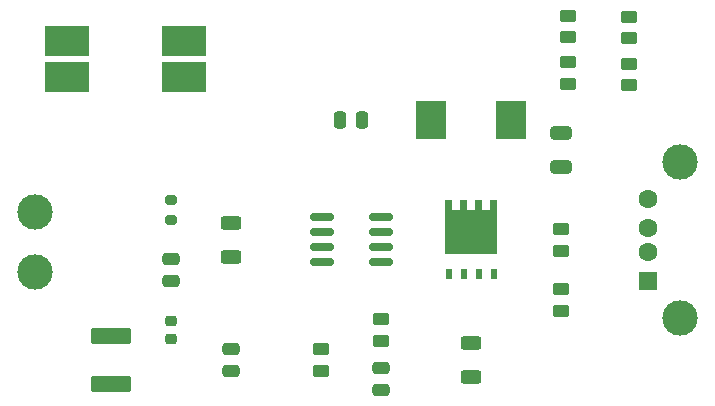
<source format=gbr>
%TF.GenerationSoftware,KiCad,Pcbnew,(6.0.4)*%
%TF.CreationDate,2022-06-02T17:00:47-07:00*%
%TF.ProjectId,SolarChargerV7,536f6c61-7243-4686-9172-67657256372e,rev?*%
%TF.SameCoordinates,Original*%
%TF.FileFunction,Soldermask,Top*%
%TF.FilePolarity,Negative*%
%FSLAX46Y46*%
G04 Gerber Fmt 4.6, Leading zero omitted, Abs format (unit mm)*
G04 Created by KiCad (PCBNEW (6.0.4)) date 2022-06-02 17:00:47*
%MOMM*%
%LPD*%
G01*
G04 APERTURE LIST*
G04 Aperture macros list*
%AMRoundRect*
0 Rectangle with rounded corners*
0 $1 Rounding radius*
0 $2 $3 $4 $5 $6 $7 $8 $9 X,Y pos of 4 corners*
0 Add a 4 corners polygon primitive as box body*
4,1,4,$2,$3,$4,$5,$6,$7,$8,$9,$2,$3,0*
0 Add four circle primitives for the rounded corners*
1,1,$1+$1,$2,$3*
1,1,$1+$1,$4,$5*
1,1,$1+$1,$6,$7*
1,1,$1+$1,$8,$9*
0 Add four rect primitives between the rounded corners*
20,1,$1+$1,$2,$3,$4,$5,0*
20,1,$1+$1,$4,$5,$6,$7,0*
20,1,$1+$1,$6,$7,$8,$9,0*
20,1,$1+$1,$8,$9,$2,$3,0*%
%AMFreePoly0*
4,1,17,2.675000,1.605000,1.875000,1.605000,1.875000,0.935000,2.675000,0.935000,2.675000,0.335000,1.875000,0.335000,1.875000,-0.335000,2.675000,-0.335000,2.675000,-0.935000,1.875000,-0.935000,1.875000,-1.605000,2.675000,-1.605000,2.675000,-2.205000,-1.875000,-2.205000,-1.875000,2.205000,2.675000,2.205000,2.675000,1.605000,2.675000,1.605000,$1*%
G04 Aperture macros list end*
%ADD10C,3.000000*%
%ADD11R,2.500000X3.300000*%
%ADD12RoundRect,0.150000X-0.825000X-0.150000X0.825000X-0.150000X0.825000X0.150000X-0.825000X0.150000X0*%
%ADD13RoundRect,0.250000X0.450000X-0.262500X0.450000X0.262500X-0.450000X0.262500X-0.450000X-0.262500X0*%
%ADD14R,3.850000X2.500000*%
%ADD15RoundRect,0.250000X-0.625000X0.312500X-0.625000X-0.312500X0.625000X-0.312500X0.625000X0.312500X0*%
%ADD16RoundRect,0.250000X-0.450000X0.262500X-0.450000X-0.262500X0.450000X-0.262500X0.450000X0.262500X0*%
%ADD17RoundRect,0.250000X-0.250000X-0.475000X0.250000X-0.475000X0.250000X0.475000X-0.250000X0.475000X0*%
%ADD18RoundRect,0.225000X-0.250000X0.225000X-0.250000X-0.225000X0.250000X-0.225000X0.250000X0.225000X0*%
%ADD19RoundRect,0.250000X-0.475000X0.250000X-0.475000X-0.250000X0.475000X-0.250000X0.475000X0.250000X0*%
%ADD20RoundRect,0.200000X-0.275000X0.200000X-0.275000X-0.200000X0.275000X-0.200000X0.275000X0.200000X0*%
%ADD21RoundRect,0.249999X-1.450001X0.450001X-1.450001X-0.450001X1.450001X-0.450001X1.450001X0.450001X0*%
%ADD22FreePoly0,90.000000*%
%ADD23R,0.500000X0.850000*%
%ADD24R,1.500000X1.600000*%
%ADD25C,1.600000*%
%ADD26RoundRect,0.250000X-0.650000X0.325000X-0.650000X-0.325000X0.650000X-0.325000X0.650000X0.325000X0*%
G04 APERTURE END LIST*
D10*
%TO.C,SC1*%
X100200000Y-68760000D03*
X100200000Y-73840000D03*
%TD*%
D11*
%TO.C,D1*%
X140560000Y-60960000D03*
X133760000Y-60960000D03*
%TD*%
D12*
%TO.C,U1*%
X124525000Y-69215000D03*
X124525000Y-70485000D03*
X124525000Y-71755000D03*
X124525000Y-73025000D03*
X129475000Y-73025000D03*
X129475000Y-71755000D03*
X129475000Y-70485000D03*
X129475000Y-69215000D03*
%TD*%
D13*
%TO.C,R11*%
X150480000Y-54060000D03*
X150480000Y-52235000D03*
%TD*%
D14*
%TO.C,L1*%
X102925000Y-57300000D03*
X102925000Y-54300000D03*
X112875000Y-54300000D03*
X112875000Y-57300000D03*
%TD*%
D15*
%TO.C,R2*%
X116840000Y-69657500D03*
X116840000Y-72582500D03*
%TD*%
D16*
%TO.C,R3*%
X124460000Y-80367500D03*
X124460000Y-82192500D03*
%TD*%
D17*
%TO.C,C6*%
X126050000Y-60960000D03*
X127950000Y-60960000D03*
%TD*%
D16*
%TO.C,R4*%
X129540000Y-77827500D03*
X129540000Y-79652500D03*
%TD*%
D18*
%TO.C,C3*%
X111760000Y-77965000D03*
X111760000Y-79515000D03*
%TD*%
D19*
%TO.C,C2*%
X111760000Y-72710000D03*
X111760000Y-74610000D03*
%TD*%
D20*
%TO.C,R1*%
X111760000Y-67755000D03*
X111760000Y-69405000D03*
%TD*%
D16*
%TO.C,R6*%
X144780000Y-70207500D03*
X144780000Y-72032500D03*
%TD*%
D13*
%TO.C,R8*%
X145350000Y-57910000D03*
X145350000Y-56085000D03*
%TD*%
%TO.C,R9*%
X145340000Y-53970000D03*
X145340000Y-52145000D03*
%TD*%
D21*
%TO.C,C1*%
X106680000Y-79230000D03*
X106680000Y-83330000D03*
%TD*%
D16*
%TO.C,R7*%
X144780000Y-75287500D03*
X144780000Y-77112500D03*
%TD*%
D22*
%TO.C,Q1*%
X137160000Y-70470000D03*
D23*
X135255000Y-74020000D03*
X136525000Y-74020000D03*
X137795000Y-74020000D03*
X139065000Y-74020000D03*
%TD*%
D13*
%TO.C,R10*%
X150500000Y-58030000D03*
X150500000Y-56205000D03*
%TD*%
D24*
%TO.C,J1*%
X152120000Y-74620000D03*
D25*
X152120000Y-72120000D03*
X152120000Y-70120000D03*
X152120000Y-67620000D03*
D10*
X154830000Y-64550000D03*
X154830000Y-77690000D03*
%TD*%
D26*
%TO.C,C7*%
X144780000Y-62025000D03*
X144780000Y-64975000D03*
%TD*%
D19*
%TO.C,C5*%
X129540000Y-81957500D03*
X129540000Y-83857500D03*
%TD*%
%TO.C,C4*%
X116840000Y-80330000D03*
X116840000Y-82230000D03*
%TD*%
D15*
%TO.C,R5*%
X137160000Y-79817500D03*
X137160000Y-82742500D03*
%TD*%
M02*

</source>
